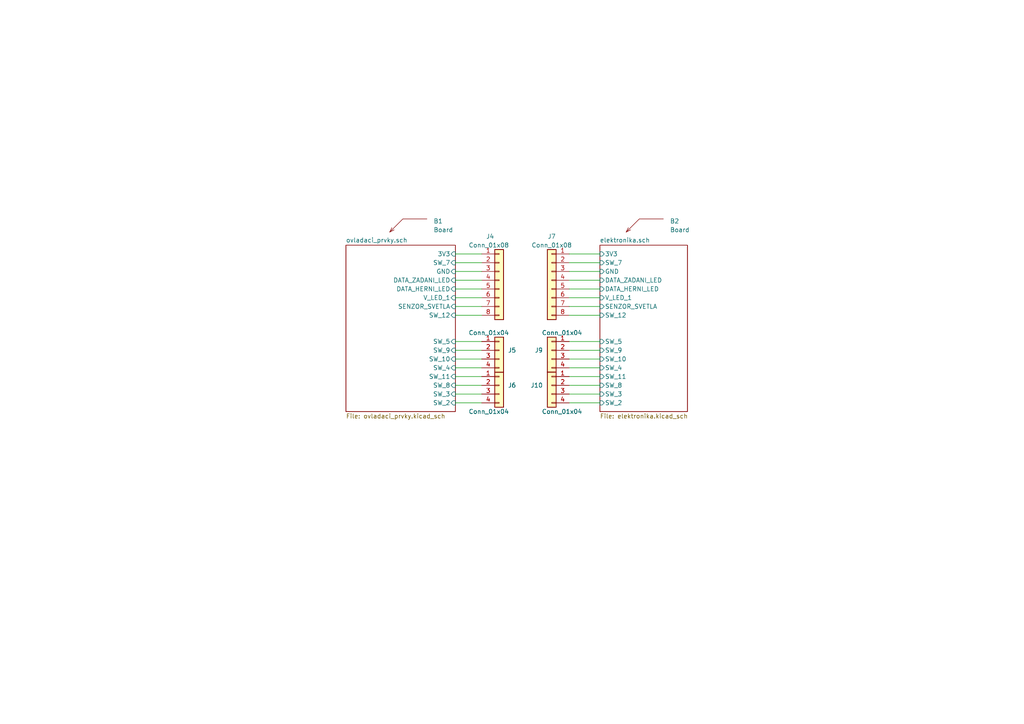
<source format=kicad_sch>
(kicad_sch (version 20211123) (generator eeschema)
  (paper "A4")
  (lib_symbols
    (symbol "Connector_Generic:Conn_01x04" (pin_names (offset 1.016) hide)
      (property "Reference" "J" (at 0 5.08 0))
      (property "Value" "Conn_01x04" (at 0 -7.62 0))
      (symbol "Conn_01x04_1_1"
        (rectangle (start -1.27 -4.953) (end 0 -5.207) (stroke (width 0.1524)))
        (rectangle (start -1.27 -2.413) (end 0 -2.667) (stroke (width 0.1524)))
        (rectangle (start -1.27 0.127) (end 0 -0.127) (stroke (width 0.1524)))
        (rectangle (start -1.27 2.667) (end 0 2.413) (stroke (width 0.1524)))
        (rectangle (start -1.27 3.81) (end 1.27 -6.35) (stroke (width 0.254)) (fill (type background)))
        (pin passive line (at -5.08 2.54 0) (length 3.81) (name "Pin_1") (number "1"))
        (pin passive line (at -5.08 0 0) (length 3.81) (name "Pin_2") (number "2"))
        (pin passive line (at -5.08 -2.54 0) (length 3.81) (name "Pin_3") (number "3"))
        (pin passive line (at -5.08 -5.08 0) (length 3.81) (name "Pin_4") (number "4"))
      )
    )
    (symbol "Connector_Generic:Conn_01x08" (pin_names (offset 1.016) hide)
      (property "Reference" "J" (at 0 10.16 0))
      (property "Value" "Conn_01x08" (at 0 -12.7 0))
      (symbol "Conn_01x08_1_1"
        (rectangle (start -1.27 -10.033) (end 0 -10.287) (stroke (width 0.1524)))
        (rectangle (start -1.27 -7.493) (end 0 -7.747) (stroke (width 0.1524)))
        (rectangle (start -1.27 -4.953) (end 0 -5.207) (stroke (width 0.1524)))
        (rectangle (start -1.27 -2.413) (end 0 -2.667) (stroke (width 0.1524)))
        (rectangle (start -1.27 0.127) (end 0 -0.127) (stroke (width 0.1524)))
        (rectangle (start -1.27 2.667) (end 0 2.413) (stroke (width 0.1524)))
        (rectangle (start -1.27 5.207) (end 0 4.953) (stroke (width 0.1524)))
        (rectangle (start -1.27 7.747) (end 0 7.493) (stroke (width 0.1524)))
        (rectangle (start -1.27 8.89) (end 1.27 -11.43) (stroke (width 0.254)) (fill (type background)))
        (pin passive line (at -5.08 7.62 0) (length 3.81) (name "Pin_1") (number "1"))
        (pin passive line (at -5.08 5.08 0) (length 3.81) (name "Pin_2") (number "2"))
        (pin passive line (at -5.08 2.54 0) (length 3.81) (name "Pin_3") (number "3"))
        (pin passive line (at -5.08 0 0) (length 3.81) (name "Pin_4") (number "4"))
        (pin passive line (at -5.08 -2.54 0) (length 3.81) (name "Pin_5") (number "5"))
        (pin passive line (at -5.08 -5.08 0) (length 3.81) (name "Pin_6") (number "6"))
        (pin passive line (at -5.08 -7.62 0) (length 3.81) (name "Pin_7") (number "7"))
        (pin passive line (at -5.08 -10.16 0) (length 3.81) (name "Pin_8") (number "8"))
      )
    )
    (symbol "kikit:Board" (in_bom no)
      (property "Reference" "B" (at 5.08 5.08 0))
      (property "Value" "Board" (at 5.08 2.54 0))
      (symbol "Board_0_1"
        (polyline (pts (xy 0 0) (xy 3.81 3.81) (xy 10.795 3.81)) (stroke (width 0.1524)))
        (polyline (pts (xy 0.635 1.27) (xy 0 0) (xy 1.27 0.635)) (stroke (width 0.1524)))
      )
    )
  )
  (wire (pts (xy 132.08 81.28) (xy 139.7 81.28)))
  (wire (pts (xy 139.7 106.68) (xy 132.08 106.68)))
  (wire (pts (xy 165.1 109.22) (xy 173.99 109.22)))
  (wire (pts (xy 173.99 88.9) (xy 165.1 88.9)))
  (wire (pts (xy 173.99 116.84) (xy 165.1 116.84)))
  (wire (pts (xy 165.1 104.14) (xy 173.99 104.14)))
  (wire (pts (xy 165.1 76.2) (xy 173.99 76.2)))
  (wire (pts (xy 132.08 91.44) (xy 139.7 91.44)))
  (wire (pts (xy 139.7 88.9) (xy 132.08 88.9)))
  (wire (pts (xy 132.08 109.22) (xy 139.7 109.22)))
  (wire (pts (xy 132.08 86.36) (xy 139.7 86.36)))
  (wire (pts (xy 165.1 99.06) (xy 173.99 99.06)))
  (wire (pts (xy 173.99 106.68) (xy 165.1 106.68)))
  (wire (pts (xy 165.1 91.44) (xy 173.99 91.44)))
  (wire (pts (xy 173.99 81.28) (xy 165.1 81.28)))
  (wire (pts (xy 132.08 114.3) (xy 139.7 114.3)))
  (wire (pts (xy 165.1 78.74) (xy 173.99 78.74)))
  (wire (pts (xy 139.7 111.76) (xy 132.08 111.76)))
  (wire (pts (xy 139.7 78.74) (xy 132.08 78.74)))
  (wire (pts (xy 132.08 73.66) (xy 139.7 73.66)))
  (wire (pts (xy 173.99 86.36) (xy 165.1 86.36)))
  (wire (pts (xy 165.1 114.3) (xy 173.99 114.3)))
  (wire (pts (xy 139.7 116.84) (xy 132.08 116.84)))
  (wire (pts (xy 173.99 101.6) (xy 165.1 101.6)))
  (wire (pts (xy 132.08 76.2) (xy 139.7 76.2)))
  (wire (pts (xy 165.1 73.66) (xy 173.99 73.66)))
  (wire (pts (xy 139.7 83.82) (xy 132.08 83.82)))
  (wire (pts (xy 139.7 101.6) (xy 132.08 101.6)))
  (wire (pts (xy 165.1 83.82) (xy 173.99 83.82)))
  (wire (pts (xy 132.08 104.14) (xy 139.7 104.14)))
  (wire (pts (xy 139.7 99.06) (xy 132.08 99.06)))
  (wire (pts (xy 173.99 111.76) (xy 165.1 111.76)))
  (symbol (lib_id "Connector_Generic:Conn_01x08") (at 160.02 81.28 0) (mirror y) (unit 1)
    (property "Reference" "J7" (at 160.02 68.58 0))
    (property "Value" "Conn_01x08" (at 160.02 71.12 0))
    (property "Footprint" "Connector_PinHeader_2.54mm:PinHeader_1x08_P2.54mm_Vertical" (effects hide))
  )
  (symbol (lib_id "kikit:Board") (at 181.61 67.31 0) (unit 1) (in_bom no)
    (property "Reference" "B2" (at 194.31 64.1349 0) (effects (justify left)))
    (property "Value" "Board" (at 194.31 66.6749 0) (effects (justify left)))
    (property "Footprint" "kikit:Board" (effects hide))
  )
  (symbol (lib_id "Connector_Generic:Conn_01x04") (at 160.02 101.6 0) (mirror y) (unit 1)
    (property "Reference" "J9" (at 157.48 101.5999 0) (effects (justify left)))
    (property "Value" "Conn_01x04" (at 168.91 96.52 0) (effects (justify left)))
    (property "Footprint" "Connector_PinHeader_2.54mm:PinHeader_1x04_P2.54mm_Vertical" (effects hide))
  )
  (symbol (lib_id "Connector_Generic:Conn_01x08") (at 144.78 81.28 0) (unit 1)
    (property "Reference" "J4" (at 140.97 68.58 0) (effects (justify left)))
    (property "Value" "Conn_01x08" (at 135.89 71.12 0) (effects (justify left)))
    (property "Footprint" "Connector_PinSocket_2.54mm:PinSocket_1x08_P2.54mm_Vertical" (effects hide))
  )
  (symbol (lib_id "Connector_Generic:Conn_01x04") (at 144.78 111.76 0) (unit 1)
    (property "Reference" "J6" (at 147.32 111.7599 0) (effects (justify left)))
    (property "Value" "Conn_01x04" (at 135.89 119.38 0) (effects (justify left)))
    (property "Footprint" "Connector_PinSocket_2.54mm:PinSocket_1x04_P2.54mm_Vertical" (effects hide))
  )
  (symbol (lib_id "kikit:Board") (at 113.03 67.31 0) (unit 1) (in_bom no)
    (property "Reference" "B1" (at 125.73 64.1349 0) (effects (justify left)))
    (property "Value" "Board" (at 125.73 66.6749 0) (effects (justify left)))
    (property "Footprint" "kikit:Board" (effects hide))
  )
  (symbol (lib_id "Connector_Generic:Conn_01x04") (at 144.78 101.6 0) (unit 1)
    (property "Reference" "J5" (at 147.32 101.5999 0) (effects (justify left)))
    (property "Value" "Conn_01x04" (at 135.89 96.52 0) (effects (justify left)))
    (property "Footprint" "Connector_PinSocket_2.54mm:PinSocket_1x04_P2.54mm_Vertical" (effects hide))
  )
  (symbol (lib_id "Connector_Generic:Conn_01x04") (at 160.02 111.76 0) (mirror y) (unit 1)
    (property "Reference" "J10" (at 157.48 111.7599 0) (effects (justify left)))
    (property "Value" "Conn_01x04" (at 168.91 119.38 0) (effects (justify left)))
    (property "Footprint" "Connector_PinHeader_2.54mm:PinHeader_1x04_P2.54mm_Vertical" (effects hide))
  )
  (sheet (at 100.33 71.12) (size 31.75 48.26)
    (property "Sheet name" "ovladaci_prvky.sch" (at 100.33 70.4084 0) (effects (justify left bottom)))
    (property "Sheet file" "ovladaci_prvky.kicad_sch" (at 100.33 119.9646 0) (effects (justify left top)))
    (pin "GND" input (at 132.08 78.74 0))
    (pin "3V3" input (at 132.08 73.66 0))
    (pin "SENZOR_SVETLA" input (at 132.08 88.9 0))
    (pin "DATA_HERNI_LED" input (at 132.08 83.82 0))
    (pin "DATA_ZADANI_LED" input (at 132.08 81.28 0))
    (pin "V_LED_1" input (at 132.08 86.36 0))
    (pin "SW_2" input (at 132.08 116.84 0))
    (pin "SW_3" input (at 132.08 114.3 0))
    (pin "SW_4" input (at 132.08 106.68 0))
    (pin "SW_5" input (at 132.08 99.06 0))
    (pin "SW_7" input (at 132.08 76.2 0))
    (pin "SW_8" input (at 132.08 111.76 0))
    (pin "SW_9" input (at 132.08 101.6 0))
    (pin "SW_10" input (at 132.08 104.14 0))
    (pin "SW_11" input (at 132.08 109.22 0))
    (pin "SW_12" input (at 132.08 91.44 0))
  )
  (sheet (at 173.99 71.12) (size 25.4 48.26)
    (property "Sheet name" "elektronika.sch" (at 173.99 70.4084 0) (effects (justify left bottom)))
    (property "Sheet file" "elektronika.kicad_sch" (at 173.99 119.9646 0) (effects (justify left top)))
    (pin "3V3" input (at 173.99 73.66 180))
    (pin "GND" input (at 173.99 78.74 180))
    (pin "DATA_ZADANI_LED" input (at 173.99 81.28 180))
    (pin "DATA_HERNI_LED" input (at 173.99 83.82 180))
    (pin "SENZOR_SVETLA" input (at 173.99 88.9 180))
    (pin "V_LED_1" input (at 173.99 86.36 180))
    (pin "SW_3" input (at 173.99 114.3 180))
    (pin "SW_5" input (at 173.99 99.06 180))
    (pin "SW_2" input (at 173.99 116.84 180))
    (pin "SW_9" input (at 173.99 101.6 180))
    (pin "SW_10" input (at 173.99 104.14 180))
    (pin "SW_8" input (at 173.99 111.76 180))
    (pin "SW_11" input (at 173.99 109.22 180))
    (pin "SW_4" input (at 173.99 106.68 180))
    (pin "SW_7" input (at 173.99 76.2 180))
    (pin "SW_12" input (at 173.99 91.44 180))
  )
)
</source>
